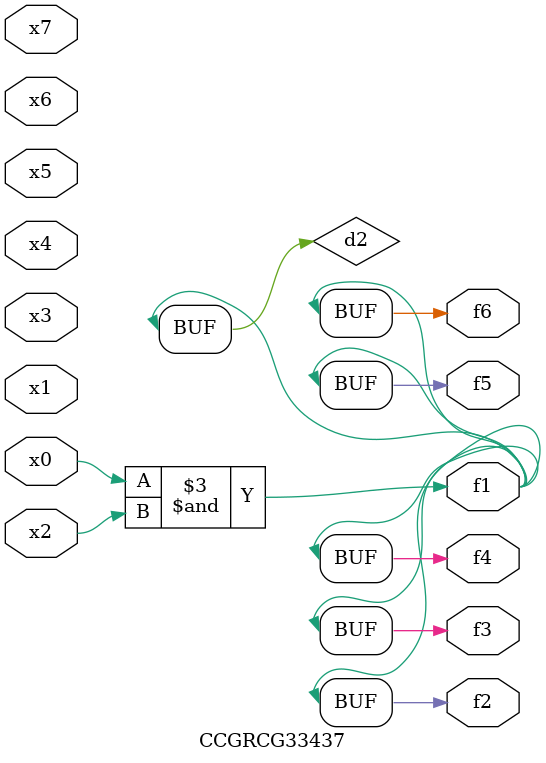
<source format=v>
module CCGRCG33437(
	input x0, x1, x2, x3, x4, x5, x6, x7,
	output f1, f2, f3, f4, f5, f6
);

	wire d1, d2;

	nor (d1, x3, x6);
	and (d2, x0, x2);
	assign f1 = d2;
	assign f2 = d2;
	assign f3 = d2;
	assign f4 = d2;
	assign f5 = d2;
	assign f6 = d2;
endmodule

</source>
